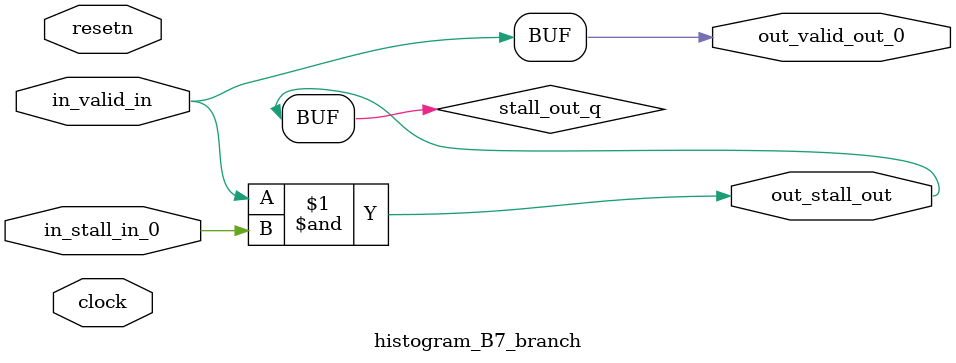
<source format=sv>



(* altera_attribute = "-name AUTO_SHIFT_REGISTER_RECOGNITION OFF; -name MESSAGE_DISABLE 10036; -name MESSAGE_DISABLE 10037; -name MESSAGE_DISABLE 14130; -name MESSAGE_DISABLE 14320; -name MESSAGE_DISABLE 15400; -name MESSAGE_DISABLE 14130; -name MESSAGE_DISABLE 10036; -name MESSAGE_DISABLE 12020; -name MESSAGE_DISABLE 12030; -name MESSAGE_DISABLE 12010; -name MESSAGE_DISABLE 12110; -name MESSAGE_DISABLE 14320; -name MESSAGE_DISABLE 13410; -name MESSAGE_DISABLE 113007; -name MESSAGE_DISABLE 10958" *)
module histogram_B7_branch (
    input wire [0:0] in_stall_in_0,
    input wire [0:0] in_valid_in,
    output wire [0:0] out_stall_out,
    output wire [0:0] out_valid_out_0,
    input wire clock,
    input wire resetn
    );

    wire [0:0] stall_out_q;


    // stall_out(LOGICAL,6)
    assign stall_out_q = in_valid_in & in_stall_in_0;

    // out_stall_out(GPOUT,4)
    assign out_stall_out = stall_out_q;

    // out_valid_out_0(GPOUT,5)
    assign out_valid_out_0 = in_valid_in;

endmodule

</source>
